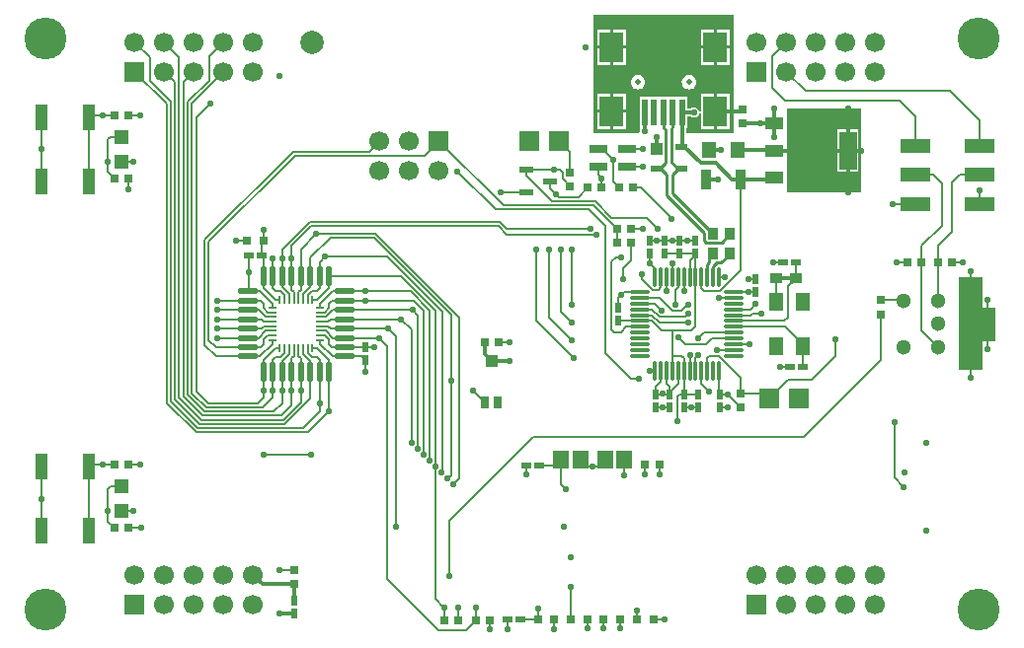
<source format=gtl>
%FSLAX43Y43*%
%MOMM*%
G71*
G01*
G75*
G04 Layer_Physical_Order=1*
G04 Layer_Color=255*
%ADD10R,2.500X1.200*%
%ADD11R,0.800X0.650*%
%ADD12R,0.900X0.600*%
%ADD13R,1.350X1.500*%
%ADD14R,0.762X0.762*%
%ADD15R,0.700X0.700*%
%ADD16O,0.550X1.750*%
%ADD17O,1.750X0.550*%
%ADD18R,0.600X0.900*%
%ADD19R,0.650X0.800*%
%ADD20R,1.200X1.200*%
%ADD21R,1.000X2.250*%
%ADD22R,1.150X1.350*%
%ADD23R,2.000X2.500*%
%ADD24R,0.500X2.300*%
%ADD25R,1.500X3.280*%
%ADD26R,1.500X0.990*%
%ADD27R,0.950X1.750*%
%ADD28R,1.100X1.000*%
%ADD29R,1.100X0.600*%
%ADD30R,1.500X0.800*%
%ADD31R,1.300X0.600*%
%ADD32R,1.300X1.600*%
%ADD33O,0.300X1.700*%
%ADD34O,1.700X0.300*%
%ADD35R,0.800X1.000*%
%ADD36R,1.000X1.000*%
%ADD37R,0.950X1.000*%
%ADD38R,1.000X0.950*%
%ADD39O,0.700X0.250*%
%ADD40O,0.250X0.700*%
%ADD41R,1.400X3.000*%
%ADD42R,2.000X8.000*%
%ADD43C,0.175*%
%ADD44C,0.230*%
%ADD45C,0.150*%
%ADD46C,0.300*%
%ADD47C,0.200*%
%ADD48R,0.900X0.300*%
%ADD49R,1.700X1.700*%
%ADD50C,0.500*%
%ADD51C,1.700*%
%ADD52C,2.000*%
%ADD53C,3.600*%
%ADD54C,1.300*%
%ADD55C,0.550*%
G36*
X61500Y43400D02*
X57431D01*
Y43825D01*
X57525D01*
Y44819D01*
X57786D01*
X57924Y44726D01*
X58100Y44691D01*
X58276Y44726D01*
X58424Y44826D01*
X58524Y44974D01*
X58547Y45089D01*
X58691Y45075D01*
Y45075D01*
X58696Y45075D01*
Y43746D01*
X59823D01*
Y45250D01*
Y46754D01*
X58696D01*
Y45225D01*
X58691Y45225D01*
Y45225D01*
X58547Y45211D01*
X58524Y45326D01*
X58424Y45474D01*
X58276Y45574D01*
X58100Y45609D01*
X57924Y45574D01*
X57786Y45481D01*
X57525D01*
Y46475D01*
X53475D01*
Y43825D01*
X53475Y43825D01*
X53475D01*
X53505Y43769D01*
X53476Y43726D01*
X53441Y43550D01*
X53448Y43516D01*
X53353Y43400D01*
X49500D01*
Y53521D01*
X61500D01*
Y43400D01*
D02*
G37*
G36*
X72475Y38298D02*
X66125D01*
Y45482D01*
X66140Y45498D01*
X72475D01*
Y38298D01*
D02*
G37*
%LPC*%
G36*
X52304Y45123D02*
X51177D01*
Y43746D01*
X52304D01*
Y45123D01*
D02*
G37*
G36*
X61204D02*
X60077D01*
Y43746D01*
X61204D01*
Y45123D01*
D02*
G37*
G36*
X52304Y46754D02*
X51177D01*
Y45377D01*
X52304D01*
Y46754D01*
D02*
G37*
G36*
X50923D02*
X49796D01*
Y45377D01*
X50923D01*
Y46754D01*
D02*
G37*
G36*
X72200Y41763D02*
X71427D01*
Y40100D01*
X72200D01*
Y41763D01*
D02*
G37*
G36*
X71173D02*
X70400D01*
Y40100D01*
X71173D01*
Y41763D01*
D02*
G37*
G36*
Y43680D02*
X70400D01*
Y42017D01*
X71173D01*
Y43680D01*
D02*
G37*
G36*
X50923Y45123D02*
X49796D01*
Y43746D01*
X50923D01*
Y45123D01*
D02*
G37*
G36*
X72200Y43680D02*
X71427D01*
Y42017D01*
X72200D01*
Y43680D01*
D02*
G37*
G36*
X50923Y52254D02*
X49796D01*
Y50877D01*
X50923D01*
Y52254D01*
D02*
G37*
G36*
X61204Y50623D02*
X60077D01*
Y49246D01*
X61204D01*
Y50623D01*
D02*
G37*
G36*
X52304Y52254D02*
X51177D01*
Y50877D01*
X52304D01*
Y52254D01*
D02*
G37*
G36*
X61204D02*
X60077D01*
Y50877D01*
X61204D01*
Y52254D01*
D02*
G37*
G36*
X59823D02*
X58696D01*
Y50877D01*
X59823D01*
Y52254D01*
D02*
G37*
G36*
Y50623D02*
X58696D01*
Y49246D01*
X59823D01*
Y50623D01*
D02*
G37*
G36*
X53300Y48380D02*
X53137Y48359D01*
X52985Y48296D01*
X52854Y48196D01*
X52754Y48065D01*
X52691Y47913D01*
X52670Y47750D01*
X52691Y47587D01*
X52754Y47435D01*
X52854Y47304D01*
X52985Y47204D01*
X53137Y47141D01*
X53300Y47120D01*
X53463Y47141D01*
X53615Y47204D01*
X53746Y47304D01*
X53846Y47435D01*
X53909Y47587D01*
X53930Y47750D01*
X53909Y47913D01*
X53846Y48065D01*
X53746Y48196D01*
X53615Y48296D01*
X53463Y48359D01*
X53300Y48380D01*
D02*
G37*
G36*
X61204Y46754D02*
X60077D01*
Y45377D01*
X61204D01*
Y46754D01*
D02*
G37*
G36*
X57700Y48380D02*
X57537Y48359D01*
X57385Y48296D01*
X57254Y48196D01*
X57154Y48065D01*
X57091Y47913D01*
X57070Y47750D01*
X57091Y47587D01*
X57154Y47435D01*
X57254Y47304D01*
X57385Y47204D01*
X57537Y47141D01*
X57700Y47120D01*
X57863Y47141D01*
X58015Y47204D01*
X58146Y47304D01*
X58246Y47435D01*
X58309Y47587D01*
X58330Y47750D01*
X58309Y47913D01*
X58246Y48065D01*
X58146Y48196D01*
X58015Y48296D01*
X57863Y48359D01*
X57700Y48380D01*
D02*
G37*
G36*
X52304Y50623D02*
X51177D01*
Y49246D01*
X52304D01*
Y50623D01*
D02*
G37*
G36*
X50923D02*
X49796D01*
Y49246D01*
X50923D01*
Y50623D01*
D02*
G37*
%LPD*%
D10*
X82575Y37275D02*
D03*
Y39775D02*
D03*
Y42275D02*
D03*
X77075D02*
D03*
Y39775D02*
D03*
Y37275D02*
D03*
D11*
X8400Y39500D02*
D03*
X9600D02*
D03*
X40605Y1575D02*
D03*
X39405D02*
D03*
X37913D02*
D03*
X36713D02*
D03*
X55134Y14884D02*
D03*
X53934D02*
D03*
X51500Y35200D02*
D03*
X52700D02*
D03*
X51500Y34000D02*
D03*
X52700D02*
D03*
X8400Y44900D02*
D03*
X9600D02*
D03*
X8400Y14900D02*
D03*
X9600D02*
D03*
X8400Y9500D02*
D03*
X9600D02*
D03*
X51700Y38700D02*
D03*
X52900D02*
D03*
X50200D02*
D03*
X49000D02*
D03*
X40176Y25445D02*
D03*
X41376D02*
D03*
X76425Y32275D02*
D03*
X77625D02*
D03*
X79050D02*
D03*
X80250D02*
D03*
D12*
X43773Y14859D02*
D03*
X44873D02*
D03*
X42125Y1600D02*
D03*
X43225D02*
D03*
X19950Y32900D02*
D03*
X21050D02*
D03*
X66350Y23300D02*
D03*
X67450D02*
D03*
X65750Y32300D02*
D03*
X66850D02*
D03*
D13*
X46724Y15316D02*
D03*
X48374D02*
D03*
X52158D02*
D03*
X50508D02*
D03*
D14*
X47550Y1600D02*
D03*
X48947D02*
D03*
X51772D02*
D03*
X50375D02*
D03*
X54624D02*
D03*
X53227D02*
D03*
X46122D02*
D03*
X44725D02*
D03*
D15*
X21175Y34150D02*
D03*
X19775D02*
D03*
D16*
X21200Y31125D02*
D03*
X22000D02*
D03*
X22800D02*
D03*
X23600D02*
D03*
X24400D02*
D03*
X25200D02*
D03*
X26000D02*
D03*
X26800D02*
D03*
Y22875D02*
D03*
X26000D02*
D03*
X25200D02*
D03*
X24400D02*
D03*
X23600D02*
D03*
X22800D02*
D03*
X22000D02*
D03*
X21200D02*
D03*
D17*
X28125Y29800D02*
D03*
Y29000D02*
D03*
Y28200D02*
D03*
Y27400D02*
D03*
Y26600D02*
D03*
Y25800D02*
D03*
Y25000D02*
D03*
Y24200D02*
D03*
X19875D02*
D03*
Y25000D02*
D03*
Y25800D02*
D03*
Y26600D02*
D03*
Y27400D02*
D03*
Y28200D02*
D03*
Y29000D02*
D03*
Y29800D02*
D03*
D18*
X29900Y23900D02*
D03*
Y25000D02*
D03*
X63400Y30850D02*
D03*
Y29750D02*
D03*
X60300Y19850D02*
D03*
Y20950D02*
D03*
X55600Y34150D02*
D03*
Y33050D02*
D03*
X56900Y34150D02*
D03*
Y33050D02*
D03*
X58200Y34150D02*
D03*
Y33050D02*
D03*
X57300Y19850D02*
D03*
Y20950D02*
D03*
X58500Y19850D02*
D03*
Y20950D02*
D03*
X54800Y19850D02*
D03*
Y20950D02*
D03*
X56000Y19850D02*
D03*
Y20950D02*
D03*
X54300Y34150D02*
D03*
Y33050D02*
D03*
X51600Y28350D02*
D03*
Y27250D02*
D03*
X23800Y3250D02*
D03*
Y2150D02*
D03*
D19*
X74125Y27825D02*
D03*
Y29025D02*
D03*
X62300Y44200D02*
D03*
Y45400D02*
D03*
X47500Y40000D02*
D03*
Y38800D02*
D03*
X62100Y21000D02*
D03*
Y19800D02*
D03*
X23800Y4700D02*
D03*
Y5900D02*
D03*
D20*
X9000Y43050D02*
D03*
Y40950D02*
D03*
Y13050D02*
D03*
Y10950D02*
D03*
D21*
X2200Y39250D02*
D03*
Y44750D02*
D03*
X6200D02*
D03*
Y39250D02*
D03*
X2200Y9250D02*
D03*
Y14750D02*
D03*
X6200D02*
D03*
Y9250D02*
D03*
D22*
X59375Y41925D02*
D03*
X61875D02*
D03*
D23*
X59950Y50750D02*
D03*
X51050D02*
D03*
X59950Y45250D02*
D03*
X51050D02*
D03*
D24*
X57100Y45150D02*
D03*
X56300D02*
D03*
X55500D02*
D03*
X54700D02*
D03*
X53900D02*
D03*
D25*
X71300Y41890D02*
D03*
D26*
X65000Y39600D02*
D03*
Y41890D02*
D03*
Y44180D02*
D03*
D27*
X62100Y39425D02*
D03*
X59150D02*
D03*
D28*
X54900Y42000D02*
D03*
D29*
Y40300D02*
D03*
X57000D02*
D03*
Y42200D02*
D03*
D30*
X52400Y42000D02*
D03*
X49900D02*
D03*
Y40500D02*
D03*
X52400D02*
D03*
D31*
X45800Y39250D02*
D03*
X43700Y38300D02*
D03*
Y40200D02*
D03*
D32*
X67450Y25100D02*
D03*
Y28900D02*
D03*
X65150D02*
D03*
Y25100D02*
D03*
D33*
X54750Y31050D02*
D03*
X55250D02*
D03*
X55750D02*
D03*
X56250D02*
D03*
X56750D02*
D03*
X57250D02*
D03*
X57750D02*
D03*
X58250D02*
D03*
X58750D02*
D03*
X59250D02*
D03*
X59750D02*
D03*
X60250D02*
D03*
Y22950D02*
D03*
X59750D02*
D03*
X59250D02*
D03*
X58750D02*
D03*
X58250D02*
D03*
X57750D02*
D03*
X57250D02*
D03*
X56750D02*
D03*
X56250D02*
D03*
X55750D02*
D03*
X55250D02*
D03*
X54750D02*
D03*
D34*
X61550Y29750D02*
D03*
Y29250D02*
D03*
Y28750D02*
D03*
Y28250D02*
D03*
Y27750D02*
D03*
Y27250D02*
D03*
Y26750D02*
D03*
Y26250D02*
D03*
Y25750D02*
D03*
Y25250D02*
D03*
Y24750D02*
D03*
Y24250D02*
D03*
X53450D02*
D03*
Y24750D02*
D03*
Y25250D02*
D03*
Y25750D02*
D03*
Y26250D02*
D03*
Y26750D02*
D03*
Y27250D02*
D03*
Y27750D02*
D03*
Y28250D02*
D03*
Y28750D02*
D03*
Y29250D02*
D03*
Y29750D02*
D03*
D35*
X40217Y20295D02*
D03*
X41317D02*
D03*
D36*
X40767Y23845D02*
D03*
D37*
X61200Y34750D02*
D03*
Y33050D02*
D03*
X59700Y34750D02*
D03*
Y33050D02*
D03*
D38*
X66850Y30900D02*
D03*
X65150D02*
D03*
D39*
X26050Y25600D02*
D03*
Y26000D02*
D03*
Y26400D02*
D03*
Y26800D02*
D03*
Y27200D02*
D03*
Y27600D02*
D03*
Y28000D02*
D03*
Y28400D02*
D03*
X21950Y25600D02*
D03*
Y26000D02*
D03*
Y26400D02*
D03*
Y26800D02*
D03*
Y27200D02*
D03*
Y27600D02*
D03*
Y28000D02*
D03*
Y28400D02*
D03*
D40*
X25400Y29050D02*
D03*
X25000D02*
D03*
X24600D02*
D03*
X24200D02*
D03*
X23800D02*
D03*
X23400D02*
D03*
X23000D02*
D03*
X22600D02*
D03*
X25400Y24950D02*
D03*
X25000D02*
D03*
X24600D02*
D03*
X24200D02*
D03*
X23800D02*
D03*
X23400D02*
D03*
X23000D02*
D03*
X22600D02*
D03*
D41*
X83275Y26925D02*
D03*
D42*
X81875Y27000D02*
D03*
D43*
X77637Y32263D02*
Y33713D01*
X79075Y32300D02*
Y33713D01*
X77637Y26438D02*
Y32263D01*
X74125Y23900D02*
Y27825D01*
X52400Y40500D02*
X53725D01*
X52400Y42000D02*
X53725D01*
X58750Y30050D02*
Y31050D01*
Y30050D02*
X58950Y29850D01*
X60350D01*
X75125Y37275D02*
X77075D01*
X82575D02*
Y38500D01*
X79350Y35425D02*
Y39050D01*
X78625Y39775D02*
X79350Y39050D01*
X77075Y39775D02*
X78625D01*
X80875D02*
X82575D01*
X80250Y39150D02*
X80875Y39775D01*
X80250Y34888D02*
Y39150D01*
X82575Y42275D02*
Y44500D01*
X80075Y47000D02*
X82575Y44500D01*
X77075Y42275D02*
Y44775D01*
X75700Y46150D02*
X77075Y44775D01*
X65950Y46150D02*
X75700D01*
X79075Y33713D02*
X80250Y34888D01*
X41470Y35750D02*
X42072Y35147D01*
X25155Y35750D02*
X41470D01*
X23400Y29050D02*
Y29575D01*
X22800Y33395D02*
X25155Y35750D01*
X22800Y32600D02*
Y33395D01*
Y31125D02*
Y32600D01*
X22800Y30175D02*
X23400Y29575D01*
X22800Y30175D02*
Y31125D01*
X41325Y35400D02*
X42062Y34662D01*
X25300Y35400D02*
X41325D01*
X23800Y29050D02*
Y29750D01*
X23600Y33700D02*
X25300Y35400D01*
X23600Y32600D02*
Y33700D01*
Y31125D02*
Y32600D01*
X23600Y29950D02*
X23800Y29750D01*
X23600Y29950D02*
Y31125D01*
X42062Y34662D02*
X49727D01*
X49745Y34680D01*
X49222Y35147D02*
X49250Y35175D01*
X42072Y35147D02*
X49222D01*
X50500Y24500D02*
Y35450D01*
X49100Y36850D02*
X50500Y35450D01*
X41075Y36850D02*
X49100D01*
X51060Y36100D02*
X54100D01*
X49660Y37500D02*
X51060Y36100D01*
X45900Y37500D02*
X49660D01*
X43700Y39700D02*
X45900Y37500D01*
X49525Y37175D02*
X51500Y35200D01*
X41765Y37175D02*
X49525D01*
X36240Y42700D02*
X41765Y37175D01*
X37850Y40075D02*
X41075Y36850D01*
X67700Y47000D02*
X80075D01*
X66040Y48660D02*
X67700Y47000D01*
X64825Y47275D02*
X65950Y46150D01*
X64825Y47275D02*
Y49985D01*
X66040Y51200D01*
X51772Y878D02*
Y1600D01*
X50375Y878D02*
Y1600D01*
X48947Y878D02*
Y1600D01*
X45675Y27550D02*
X47650Y25575D01*
X45675Y27550D02*
Y33375D01*
X46675Y28050D02*
X47625Y27100D01*
X46675Y28050D02*
Y33350D01*
X44575Y27325D02*
Y33375D01*
X77637Y33713D02*
X79350Y35425D01*
X44575Y27325D02*
X47807Y24093D01*
X47650Y28650D02*
Y33350D01*
X56200Y36025D02*
Y36100D01*
X53600Y38700D02*
X56200Y36100D01*
X52900Y38700D02*
X53600D01*
X43700Y39700D02*
Y40200D01*
X54100Y36100D02*
X55000Y35200D01*
X43700Y40200D02*
X46136D01*
X31100Y25800D02*
X31800Y25100D01*
X28125Y25800D02*
X31100D01*
X29896Y29800D02*
X33795D01*
X26492Y32791D02*
X31794D01*
X25758Y34750D02*
X30825D01*
X30680Y34400D02*
X37300Y27780D01*
X26932Y34400D02*
X30680D01*
X30825Y34750D02*
X38000Y27575D01*
Y13700D02*
Y27575D01*
X37300Y14025D02*
Y27780D01*
X31794Y32791D02*
X36500Y28085D01*
Y14250D02*
Y28085D01*
X32965Y31125D02*
X35987Y28103D01*
Y14763D02*
Y28103D01*
X33795Y29800D02*
X35474Y28121D01*
Y15275D02*
Y28121D01*
X26800Y31125D02*
X32965D01*
X34449Y16301D02*
Y27751D01*
X34000Y28200D02*
X34449Y27751D01*
X28125Y28200D02*
X34000D01*
X33911Y16789D02*
Y26489D01*
X33000Y27400D02*
X33911Y26489D01*
X28125Y27400D02*
X33000D01*
X34962Y15788D02*
Y28138D01*
X34100Y29000D02*
X34962Y28138D01*
X29896Y29000D02*
X34100D01*
X70200Y24200D02*
Y25700D01*
X68200Y22200D02*
X70200Y24200D01*
X66200Y22200D02*
X68200D01*
X64600Y20600D02*
X66200Y22200D01*
X60287Y24212D02*
X62100Y22400D01*
X64200Y21000D02*
X64600Y20600D01*
X62100Y21000D02*
X64200D01*
X62100D02*
Y22400D01*
X60999Y20950D02*
X62125Y19825D01*
X59412Y24212D02*
X60287D01*
X25730Y34722D02*
X25758Y34750D01*
X25200Y32668D02*
X26932Y34400D01*
X50500Y24500D02*
X52700Y22300D01*
X53400D01*
X58750Y21850D02*
X59400Y21200D01*
X58750Y21850D02*
Y22950D01*
X59250Y24050D02*
X59412Y24212D01*
X59250Y22950D02*
Y24050D01*
X46836Y39500D02*
X47500Y38836D01*
X46836Y39500D02*
Y39964D01*
X46600Y40200D02*
X46836Y39964D01*
X46136Y40200D02*
X46600D01*
X48200Y37900D02*
X49000Y38700D01*
X46500Y37900D02*
X48200D01*
X46250Y38150D02*
X46500Y37900D01*
X51825Y26300D02*
X52275Y26750D01*
X51265Y26300D02*
X51825D01*
X51025Y26540D02*
X51265Y26300D01*
X51025Y26540D02*
Y32325D01*
X58250Y24050D02*
X58500Y24300D01*
X58250Y22950D02*
Y24050D01*
X57408Y25237D02*
X59116D01*
X56813Y25832D02*
X57408Y25237D01*
X22800Y21300D02*
Y22875D01*
Y20209D02*
Y21300D01*
X63100Y27900D02*
X63900D01*
X62950Y27750D02*
X63100Y27900D01*
X61550Y27750D02*
X62950D01*
Y28250D02*
X63400Y28700D01*
X61550Y28250D02*
X62950D01*
X62100Y31600D02*
Y39425D01*
X60350Y29850D02*
X62100Y31600D01*
X75300Y13800D02*
Y18600D01*
Y13800D02*
X76100Y13000D01*
X37500Y13200D02*
X38000Y13700D01*
X36987Y13713D02*
X37300Y14025D01*
X51500Y34000D02*
Y35200D01*
X52700D02*
X53700D01*
X52700Y34000D02*
X52725Y33975D01*
X55250Y30136D02*
Y31050D01*
X53650Y30850D02*
Y31275D01*
X55051Y29938D02*
X55250Y30136D01*
X54562Y29938D02*
X55051D01*
X53650Y30850D02*
X54562Y29938D01*
X57575Y28677D02*
X57601D01*
X53450Y29250D02*
X55148D01*
X57016Y28118D02*
X57575Y28677D01*
X56280Y28118D02*
X57016D01*
X55148Y29250D02*
X56280Y28118D01*
X53450Y28250D02*
X54494D01*
X57338Y27602D02*
X57626Y27889D01*
X55143Y27602D02*
X57338D01*
X54494Y28250D02*
X55143Y27602D01*
X53450Y27750D02*
X54499D01*
X55148Y27102D02*
X57651D01*
X54499Y27750D02*
X55148Y27102D01*
X53450Y28750D02*
X54755D01*
X55365Y28139D01*
X9600Y44900D02*
X10599D01*
X24400Y33392D02*
X25730Y34722D01*
X24400Y31125D02*
Y33392D01*
X26000Y32299D02*
X26492Y32791D01*
X26000Y31125D02*
Y32299D01*
X9600Y14900D02*
X10602D01*
X28125Y29800D02*
X29896D01*
X28125Y29000D02*
X29896D01*
X36475Y14225D02*
X36500Y14250D01*
X35962Y14738D02*
X35987Y14763D01*
X35449Y15251D02*
X35474Y15275D01*
X34937Y15763D02*
X34962Y15788D01*
X34424Y16276D02*
X34449Y16301D01*
X49441Y14790D02*
X49982D01*
X48900D02*
X49441D01*
X49982D02*
X50508Y15316D01*
X48374D02*
X48900Y14790D01*
X25200Y31125D02*
Y32668D01*
X36713Y1575D02*
Y2600D01*
X40605Y822D02*
Y1575D01*
X39395Y1585D02*
X39405Y1575D01*
X39395Y1585D02*
Y2642D01*
X46122Y778D02*
Y1600D01*
X42125Y825D02*
Y1600D01*
X44725D02*
Y2550D01*
X43225Y1600D02*
X44725D01*
X53227D02*
Y2401D01*
X53250Y2425D01*
X54624Y1600D02*
X55575D01*
X47550Y1600D02*
Y4400D01*
X52725Y32450D02*
Y33975D01*
X52050Y31775D02*
X52725Y32450D01*
X52050Y30875D02*
Y31775D01*
X56250Y32325D02*
X56252Y32327D01*
X56250Y31050D02*
Y32325D01*
X19950Y31425D02*
Y32900D01*
Y29875D02*
Y31425D01*
X19875Y29800D02*
X19950Y29875D01*
X18825Y34150D02*
X19775D01*
X21050Y34025D02*
X21175Y34150D01*
X21050Y32900D02*
Y34025D01*
Y32900D02*
X21200Y32750D01*
Y31125D02*
Y32750D01*
X29900Y25000D02*
X29900Y25000D01*
X28125Y25000D02*
X29900D01*
X29600Y24200D02*
X29900Y23900D01*
X28125Y24200D02*
X29600D01*
X9000Y40950D02*
X10025D01*
X51400Y32700D02*
X51850D01*
X51025Y32325D02*
X51400Y32700D01*
X52275Y26750D02*
X53450D01*
X58250Y31050D02*
Y33000D01*
Y26786D02*
Y31050D01*
X60100Y24750D02*
X61550D01*
X58475Y25775D02*
X58950Y26250D01*
X61550D01*
X56225Y26400D02*
X56250Y26375D01*
Y24275D02*
X57025D01*
X56250Y22950D02*
Y24275D01*
X66850Y30900D02*
Y32300D01*
X65150Y28900D02*
Y30900D01*
X66548Y30513D02*
X66850Y30814D01*
X66437Y30513D02*
X66548D01*
X66150Y30225D02*
X66437Y30513D01*
X65950Y26750D02*
X67450Y25250D01*
Y23300D02*
Y25100D01*
X65525Y23300D02*
X66350D01*
X41550Y38300D02*
X43700D01*
X46570Y42700D02*
X47500Y41770D01*
X47500Y40000D01*
X51200Y39200D02*
X51700Y38700D01*
X51200Y39200D02*
Y41050D01*
X50250Y42000D02*
X51200Y41050D01*
X49900Y42000D02*
X50250D01*
X50200Y38700D02*
Y39500D01*
X49900Y39800D02*
X50200Y39500D01*
X49900Y39800D02*
Y40500D01*
X45800Y38600D02*
Y39250D01*
Y38600D02*
X46250Y38150D01*
X47500Y38800D02*
Y38836D01*
X51600Y27250D02*
X53450D01*
X54300Y32200D02*
Y33050D01*
X55600D02*
X56900D01*
X58200D01*
X54300Y34150D02*
X54950D01*
X57550D02*
X58200D01*
X54950D02*
X55600D01*
X56250D01*
X56900D01*
X57550D01*
X60250Y31050D02*
X60750D01*
X62750Y30850D02*
X63400D01*
X57250Y19900D02*
X57300Y19850D01*
X54300Y23000D02*
X54350Y22950D01*
X54750D01*
X55400Y21000D02*
X55450Y20950D01*
X56000D01*
X54800D02*
Y21600D01*
X55250Y22050D01*
Y22950D01*
X55750Y21850D02*
X56000Y21600D01*
X55750Y21850D02*
Y22950D01*
X54800Y20950D02*
X55450D01*
X56000D02*
Y21100D01*
Y21600D01*
X57904Y19850D02*
X58500D01*
X57300Y20950D02*
X58500D01*
X57300Y19850D02*
X57350Y19900D01*
X57300Y19850D02*
X57900D01*
X55403Y19851D02*
X55404Y19850D01*
X56000D01*
X54801Y19851D02*
X55403D01*
X60300Y19850D02*
X60975D01*
X52150Y29750D02*
X53450D01*
X51850Y29450D02*
X52150Y29750D01*
X61537Y25263D02*
X61550Y25250D01*
Y26750D02*
X65950D01*
X64900Y32300D02*
X65750D01*
X57750Y22202D02*
Y22950D01*
X57250Y20950D02*
Y22950D01*
X61536Y29264D02*
X61550Y29250D01*
X60214Y29264D02*
X61536D01*
X56750Y21850D02*
Y22950D01*
X56000Y21100D02*
X56750Y21850D01*
X56825Y20950D02*
X57300D01*
X56650Y20775D02*
X56825Y20950D01*
X56650Y18625D02*
Y20775D01*
X61550Y27250D02*
X65850D01*
X66150Y27550D01*
Y30225D01*
X54300Y32200D02*
X54750Y31750D01*
X51600Y28350D02*
Y29200D01*
X51850Y29450D01*
X59629Y25750D02*
X61550D01*
X61550Y26250D02*
X61550Y26250D01*
Y29750D02*
X62750D01*
X62750Y29750D02*
X63400D01*
X62750Y29750D02*
X62750Y29750D01*
X60250Y21000D02*
Y22950D01*
Y21000D02*
X60300Y20950D01*
X61550Y25250D02*
X62900D01*
X41376Y25445D02*
X42276D01*
X10160Y51200D02*
X11475Y49885D01*
Y47840D02*
Y49885D01*
X12700Y51200D02*
X13975Y49925D01*
X16542Y47892D02*
Y49962D01*
X17780Y51200D01*
X17247Y27400D02*
X19875D01*
X17247Y26600D02*
X19875D01*
X17247Y25800D02*
X19875D01*
X17247Y28200D02*
X19875D01*
X17247Y29000D02*
X19875D01*
X29900Y25000D02*
X30715D01*
X56252Y32327D02*
X56254Y32324D01*
Y32233D02*
Y32324D01*
X57750Y24356D02*
X57753Y24359D01*
X57750Y22950D02*
Y24356D01*
X57250Y22950D02*
Y24050D01*
X57025Y24275D02*
X57250Y24050D01*
X57864Y26400D02*
X58250Y26786D01*
X60300Y20950D02*
X60999D01*
X57750Y31050D02*
X57765Y31035D01*
X55750Y29823D02*
Y31050D01*
X56508Y29896D02*
X56750Y30137D01*
Y31050D01*
X57750D02*
Y32458D01*
X58200Y32908D01*
Y33050D01*
X57250Y29799D02*
Y31050D01*
X56508Y28677D02*
Y29896D01*
X53450Y27250D02*
X54504D01*
X55354Y26400D01*
X56225D01*
X56250Y24275D02*
Y26375D01*
X56225Y26400D02*
X57864D01*
X59116Y25237D02*
X59629Y25750D01*
X20701Y20168D02*
X21200Y20667D01*
X21164Y19818D02*
X22000Y20654D01*
X22724Y19118D02*
X23600Y19993D01*
X22869Y18768D02*
X24400Y20298D01*
Y22875D01*
X23014Y18418D02*
X25200Y20603D01*
Y22875D01*
X22000Y20654D02*
Y21311D01*
Y22875D01*
X23600Y19993D02*
Y21311D01*
Y22875D01*
X22058Y19468D02*
X22800Y20209D01*
X25007Y17718D02*
X26800Y19510D01*
Y22875D01*
X24570Y18068D02*
X26000Y19498D01*
Y20168D01*
Y22875D01*
X29900Y22890D02*
Y23900D01*
X83275Y26925D02*
Y29050D01*
X81875Y27000D02*
Y31525D01*
Y22400D02*
Y27000D01*
X83275Y24825D02*
Y26925D01*
X22000Y31125D02*
Y32600D01*
X21200Y21300D02*
Y22875D01*
Y20667D02*
Y21300D01*
Y15800D02*
X25300D01*
X12700Y48660D02*
X13625Y47735D01*
X10160Y48660D02*
X12925Y45895D01*
X11475Y47840D02*
X13275Y46040D01*
X15050Y45905D02*
X17780Y48635D01*
X14700Y46050D02*
X16542Y47892D01*
X14350Y47770D02*
X15240Y48660D01*
X15425Y44686D02*
X16637Y45898D01*
X15425Y21175D02*
Y44686D01*
Y21175D02*
X16432Y20168D01*
X20701D01*
X12925Y20210D02*
X15418Y17718D01*
X13275Y20355D02*
X15563Y18068D01*
X13625Y20500D02*
X15708Y18418D01*
X13975Y20645D02*
X15853Y18768D01*
X14350Y20765D02*
X15997Y19118D01*
X14700Y20910D02*
X16142Y19468D01*
X15050Y21055D02*
X16287Y19818D01*
X15050Y21055D02*
Y45905D01*
X16287Y19818D02*
X21164D01*
X14700Y20910D02*
Y46050D01*
X16142Y19468D02*
X22058D01*
X14350Y20765D02*
Y47770D01*
X15997Y19118D02*
X22724D01*
X13975Y20645D02*
Y49925D01*
X15853Y18768D02*
X22869D01*
X13625Y20500D02*
Y47735D01*
X15708Y18418D02*
X23014D01*
X13275Y20355D02*
Y46040D01*
X15563Y18068D02*
X24570D01*
X12925Y20210D02*
Y45895D01*
X15418Y17718D02*
X25007D01*
X19875Y29800D02*
X20900D01*
X21950Y28400D02*
Y28750D01*
X20900Y29800D02*
X21950Y28750D01*
X19875Y27400D02*
X21050D01*
X21250Y27200D01*
X21950D01*
X19875Y28200D02*
X20825D01*
X21425Y27600D01*
X21950D01*
X21520Y28000D02*
X21950D01*
X21175Y28345D02*
X21520Y28000D01*
X19875Y29000D02*
X20925D01*
X21175Y28750D01*
Y28345D02*
Y28750D01*
X21425Y26400D02*
X21950D01*
X20825Y25800D02*
X21425Y26400D01*
X19875Y25800D02*
X20825D01*
X21250Y26800D02*
X21950D01*
X21050Y26600D02*
X21250Y26800D01*
X19875Y26600D02*
X21050D01*
X26800Y22875D02*
Y23900D01*
X25400Y24950D02*
X25750D01*
X26800Y23900D01*
X24400Y22875D02*
Y24050D01*
X24200Y24250D02*
X24400Y24050D01*
X24200Y24250D02*
Y24950D01*
X25200Y22875D02*
Y23825D01*
X24600Y24425D02*
X25200Y23825D01*
X24600Y24425D02*
Y24950D01*
X25000Y24520D02*
Y24950D01*
Y24520D02*
X25345Y24175D01*
X26000Y22875D02*
Y23925D01*
X25750Y24175D02*
X26000Y23925D01*
X25345Y24175D02*
X25750D01*
X22250D02*
X22655D01*
X22000Y23925D02*
X22250Y24175D01*
X22000Y22875D02*
Y23925D01*
X22655Y24175D02*
X23000Y24520D01*
Y24950D01*
X23400Y24425D02*
Y24950D01*
X22800Y23825D02*
X23400Y24425D01*
X22800Y22875D02*
Y23825D01*
X23800Y24250D02*
Y24950D01*
X23600Y24050D02*
X23800Y24250D01*
X23600Y22875D02*
Y24050D01*
X21200Y23900D02*
X22250Y24950D01*
X22600D01*
X21200Y22875D02*
Y23900D01*
X27100Y29800D02*
X28125D01*
X26050Y28400D02*
Y28750D01*
X27100Y29800D01*
X26950Y27400D02*
X28125D01*
X26750Y27200D02*
X26950Y27400D01*
X26050Y27200D02*
X26750D01*
X27175Y28200D02*
X28125D01*
X26575Y27600D02*
X27175Y28200D01*
X26050Y27600D02*
X26575D01*
X26050Y28000D02*
X26480D01*
X26825Y28345D01*
X27075Y29000D02*
X28125D01*
X26825Y28750D02*
X27075Y29000D01*
X26825Y28345D02*
Y28750D01*
Y25250D02*
Y25655D01*
Y25250D02*
X27075Y25000D01*
X28125D01*
X26480Y26000D02*
X26825Y25655D01*
X26050Y26000D02*
X26480D01*
X26050Y26400D02*
X26575D01*
X27175Y25800D01*
X28125D01*
X26050Y26800D02*
X26750D01*
X26950Y26600D01*
X28125D01*
X26050Y25250D02*
X27100Y24200D01*
X26050Y25250D02*
Y25600D01*
X27100Y24200D02*
X28125D01*
X21200Y30100D02*
Y31125D01*
X22250Y29050D02*
X22600D01*
X21200Y30100D02*
X22250Y29050D01*
X23000D02*
Y29480D01*
X22655Y29825D02*
X23000Y29480D01*
X22000Y30075D02*
Y31125D01*
Y30075D02*
X22250Y29825D01*
X22655D01*
X25345D02*
X25750D01*
X26000Y30075D01*
Y31125D01*
X25000Y29480D02*
X25345Y29825D01*
X25000Y29050D02*
Y29480D01*
X24600Y29050D02*
Y29575D01*
X25200Y30175D01*
Y31125D01*
X24200Y29050D02*
Y29750D01*
X24400Y29950D01*
Y31125D01*
X25750Y29050D02*
X26800Y30100D01*
X25400Y29050D02*
X25750D01*
X26800Y30100D02*
Y31125D01*
X35937Y14713D02*
X35962Y14738D01*
X35937Y3376D02*
Y14713D01*
X37913Y1575D02*
Y2613D01*
X38530Y700D02*
X39405Y1575D01*
X36200Y700D02*
X38530D01*
X31800Y5100D02*
X36200Y700D01*
X35937Y3376D02*
X36713Y2600D01*
X32550Y9600D02*
Y25950D01*
X31900Y26600D02*
X32550Y25950D01*
X17125Y24200D02*
X19875D01*
X17125Y25000D02*
X19875D01*
X16500Y25625D02*
X17125Y25000D01*
X16150Y25175D02*
X17125Y24200D01*
X16500Y25625D02*
Y34050D01*
X16150Y25175D02*
Y34195D01*
X16500Y34050D02*
X23900Y41450D01*
X16150Y34195D02*
X23755Y41800D01*
X30260D01*
X31160Y42700D01*
X23900Y41450D02*
X34990D01*
X36240Y42700D01*
X19875Y24200D02*
X20900D01*
X21950Y25250D01*
Y25600D01*
X19875Y25000D02*
X20925D01*
X21175Y25250D01*
Y25655D01*
X21520Y26000D02*
X21950D01*
X21175Y25655D02*
X21520Y26000D01*
X74125Y29025D02*
X76050D01*
X76075Y29000D01*
X67525Y17300D02*
X74125Y23900D01*
X44350Y17300D02*
X67525D01*
X37150Y10100D02*
X44350Y17300D01*
X37150Y5325D02*
Y10100D01*
X39200Y21312D02*
X40217Y20295D01*
X31800Y5100D02*
Y25100D01*
X28125Y26600D02*
X31900D01*
X80250Y32275D02*
X81200D01*
X75475D02*
X76425D01*
X21175Y34150D02*
Y35075D01*
X79075Y29000D02*
Y32300D01*
X77637Y26438D02*
X79075Y25000D01*
X77625Y32275D02*
X77637Y32263D01*
D44*
X55715Y40840D02*
Y43662D01*
X55175Y40300D02*
X55715Y40840D01*
X55500Y43877D02*
X55715Y43662D01*
X60460Y33960D02*
X61200Y34700D01*
X59105Y33960D02*
X60460D01*
X58935Y34130D02*
X59105Y33960D01*
X56700Y40300D02*
X56750D01*
X56750D02*
X57000D01*
X56300Y43877D02*
Y45150D01*
X56230Y38220D02*
X59700Y34750D01*
X56181Y43758D02*
X56300Y43877D01*
X56181Y40869D02*
Y43758D01*
Y40869D02*
X56750Y40300D01*
X56230Y39780D02*
X56750Y40300D01*
X56230Y38220D02*
Y39780D01*
X55750Y38021D02*
X58935Y34836D01*
X55750Y38021D02*
Y39775D01*
X58935Y34130D02*
Y34836D01*
X55500Y43877D02*
Y45150D01*
X55225Y40300D02*
X55750Y39775D01*
X54900Y40300D02*
X55175D01*
X55225D01*
X59250Y32125D02*
X59425Y32300D01*
X59250Y31050D02*
Y32125D01*
X59750Y31946D02*
X59930Y32126D01*
X59750Y31050D02*
Y31946D01*
X59425Y32775D02*
X59700Y33050D01*
X59425Y32300D02*
Y32775D01*
X60050Y32250D02*
X60450D01*
X59930Y32130D02*
X60050Y32250D01*
X59930Y32126D02*
Y32130D01*
X61200Y33000D02*
Y33050D01*
X60450Y32250D02*
X61200Y33000D01*
D45*
X9600Y38575D02*
Y39500D01*
Y9500D02*
X10750D01*
X9000Y10950D02*
X10025D01*
X7425Y14900D02*
X8400D01*
X6350D02*
X7425D01*
X6200Y14750D02*
X6350Y14900D01*
X6200Y14750D02*
Y14750D01*
Y9250D02*
Y14750D01*
X6350Y44900D02*
X7425D01*
X8400D01*
X6200Y39250D02*
Y44750D01*
X8075Y43050D02*
X9000D01*
X8075Y13050D02*
X9000D01*
X7850Y12825D02*
X8075Y13050D01*
X7850Y10950D02*
Y12825D01*
Y10050D02*
Y10950D01*
Y10050D02*
X8400Y9500D01*
X7850Y40050D02*
X8400Y39500D01*
X7850Y40050D02*
Y40950D01*
Y42825D01*
X8075Y43050D01*
X2200Y39250D02*
Y42000D01*
Y44750D01*
X6200D02*
X6350Y44900D01*
X2200Y12000D02*
Y14750D01*
Y9250D02*
Y12000D01*
X22550Y5850D02*
X23800D01*
D46*
X40176Y24420D02*
X40776Y23820D01*
X62300Y44200D02*
X63810D01*
X71300Y41890D02*
Y45465D01*
Y38315D02*
Y41890D01*
X72465D01*
X65000Y43000D02*
Y44180D01*
Y45465D01*
X57100Y45150D02*
X58100D01*
X69628Y41890D02*
X71300D01*
X68153D02*
X69628D01*
X66603D02*
X68153D01*
X63830Y44180D02*
X65000D01*
X59150Y41925D02*
X60125D01*
X59150Y39425D02*
X60125D01*
X53900Y43550D02*
Y45150D01*
X54900Y42000D02*
Y43000D01*
X65000Y41890D02*
X66603D01*
X61350Y39425D02*
X62100D01*
X57100Y42300D02*
Y45150D01*
X64965Y41925D02*
X65000Y41890D01*
X62100Y41925D02*
X64965D01*
X62100Y39425D02*
X64825D01*
X65000Y39600D01*
Y39425D02*
Y39600D01*
X64825Y39425D02*
X65000D01*
X59950Y45250D02*
X62150D01*
X62300Y45400D01*
X60125Y41925D02*
X60125Y41925D01*
X60375D01*
X23800Y3250D02*
Y4700D01*
X21100D02*
X23800D01*
X20320Y5480D02*
X21100Y4700D01*
X22575Y2150D02*
X23800D01*
X40176Y25445D02*
X40176Y25445D01*
Y24420D02*
Y25445D01*
X40776Y23820D02*
X42326D01*
X59983Y40792D02*
X61350Y39425D01*
X57000Y42200D02*
X57281D01*
X58689Y40792D01*
X59983D01*
D47*
X55134Y14056D02*
Y14884D01*
X43773Y14037D02*
Y14859D01*
X46267D02*
X46724Y15316D01*
X44873Y14859D02*
X46267D01*
X46724Y13251D02*
Y15316D01*
Y13251D02*
X47125Y12850D01*
X52158Y14025D02*
Y15316D01*
X53934Y14050D02*
Y14884D01*
D48*
X66000Y30900D02*
D03*
D49*
X46570Y42700D02*
D03*
X44030D02*
D03*
X10160Y48660D02*
D03*
X63500D02*
D03*
X10160Y2940D02*
D03*
X63500D02*
D03*
X67140Y20600D02*
D03*
X64600D02*
D03*
X36240Y42700D02*
D03*
D50*
X57700Y47750D02*
D03*
X53300D02*
D03*
D51*
X20320Y48660D02*
D03*
Y51200D02*
D03*
X17780Y48660D02*
D03*
Y51200D02*
D03*
X15240Y48660D02*
D03*
Y51200D02*
D03*
X12700Y48660D02*
D03*
Y51200D02*
D03*
X10160D02*
D03*
X63500D02*
D03*
X66040D02*
D03*
Y48660D02*
D03*
X68580Y51200D02*
D03*
Y48660D02*
D03*
X71120Y51200D02*
D03*
Y48660D02*
D03*
X73660Y51200D02*
D03*
Y48660D02*
D03*
X10160Y5480D02*
D03*
X12700D02*
D03*
Y2940D02*
D03*
X15240Y5480D02*
D03*
Y2940D02*
D03*
X17780Y5480D02*
D03*
Y2940D02*
D03*
X20320Y5480D02*
D03*
Y2940D02*
D03*
X63500Y5480D02*
D03*
X66040D02*
D03*
Y2940D02*
D03*
X68580Y5480D02*
D03*
Y2940D02*
D03*
X71120Y5480D02*
D03*
Y2940D02*
D03*
X73660Y5480D02*
D03*
Y2940D02*
D03*
X31160Y42700D02*
D03*
Y40160D02*
D03*
X33700Y42700D02*
D03*
Y40160D02*
D03*
X36240D02*
D03*
D52*
X25400Y51200D02*
D03*
D53*
X2500Y2500D02*
D03*
Y51500D02*
D03*
X82500D02*
D03*
Y2500D02*
D03*
D54*
X76075Y25000D02*
D03*
Y29000D02*
D03*
X79075D02*
D03*
Y25000D02*
D03*
Y27000D02*
D03*
D55*
X53725Y40500D02*
D03*
X53725Y42000D02*
D03*
X75125Y37275D02*
D03*
X82575Y38500D02*
D03*
X22800Y32600D02*
D03*
X23600D02*
D03*
X49745Y34680D02*
D03*
X49250Y35175D02*
D03*
X51772Y878D02*
D03*
X50375D02*
D03*
X48947D02*
D03*
X47650Y25575D02*
D03*
X45675Y33375D02*
D03*
X47625Y27100D02*
D03*
X46675Y33350D02*
D03*
X44575Y33375D02*
D03*
X47650Y33350D02*
D03*
X55000Y35200D02*
D03*
X31900Y26600D02*
D03*
X33000Y27400D02*
D03*
X59400Y21200D02*
D03*
X47807Y24093D02*
D03*
X47650Y28650D02*
D03*
X53400Y22300D02*
D03*
X58500Y24300D02*
D03*
X70200Y25700D02*
D03*
X22800Y21300D02*
D03*
X63900Y27900D02*
D03*
X63400Y28700D02*
D03*
X75300Y18600D02*
D03*
X76100Y13000D02*
D03*
X76130Y14270D02*
D03*
X78050Y9250D02*
D03*
Y16750D02*
D03*
X37300Y22084D02*
D03*
X53700Y35200D02*
D03*
X53650Y31275D02*
D03*
X57601Y28677D02*
D03*
X57626Y27889D02*
D03*
X57651Y27102D02*
D03*
X55365Y28139D02*
D03*
X25730Y34722D02*
D03*
X10599Y44900D02*
D03*
X26492Y32791D02*
D03*
X10602Y14900D02*
D03*
X9600Y38575D02*
D03*
X29896Y29800D02*
D03*
Y29000D02*
D03*
X10750Y9500D02*
D03*
X34000Y28200D02*
D03*
X33911Y16789D02*
D03*
X34424Y16276D02*
D03*
X34937Y15763D02*
D03*
X35449Y15251D02*
D03*
X35962Y14738D02*
D03*
X36475Y14225D02*
D03*
X36987Y13713D02*
D03*
X37500Y13200D02*
D03*
X49441Y14790D02*
D03*
X55134Y14056D02*
D03*
X43773Y14037D02*
D03*
X46939Y9600D02*
D03*
X36728Y2616D02*
D03*
X40605Y822D02*
D03*
X39395Y2642D02*
D03*
X47575Y7000D02*
D03*
X46122Y778D02*
D03*
X42125Y825D02*
D03*
X44725Y2550D02*
D03*
X53250Y2425D02*
D03*
X55575Y1600D02*
D03*
X47550Y4400D02*
D03*
X52050Y30875D02*
D03*
X19950Y31425D02*
D03*
X18825Y34150D02*
D03*
X7850Y10950D02*
D03*
X10025Y10950D02*
D03*
Y40950D02*
D03*
X7425Y44900D02*
D03*
Y14900D02*
D03*
X2200Y42000D02*
D03*
Y12000D02*
D03*
X7850Y40950D02*
D03*
X51850Y32700D02*
D03*
X51025Y47950D02*
D03*
X65525Y23300D02*
D03*
X46136Y40200D02*
D03*
X41550Y38300D02*
D03*
X71300Y45465D02*
D03*
Y38315D02*
D03*
X72465Y41890D02*
D03*
X65000Y43000D02*
D03*
Y45465D02*
D03*
X58100Y45150D02*
D03*
X69628Y41890D02*
D03*
X68153D02*
D03*
X66603D02*
D03*
X63830Y44180D02*
D03*
X60125Y39425D02*
D03*
X53900Y43550D02*
D03*
X54900Y43000D02*
D03*
X50200Y39500D02*
D03*
X51200Y41050D02*
D03*
X46250Y38150D02*
D03*
X56200Y36025D02*
D03*
X48850Y50750D02*
D03*
X56250Y34150D02*
D03*
X54300Y23000D02*
D03*
X55400Y21000D02*
D03*
X57900Y19850D02*
D03*
X55403Y19851D02*
D03*
X60975Y19850D02*
D03*
X51850Y29450D02*
D03*
X64900Y32300D02*
D03*
X60214Y29264D02*
D03*
X62750Y30850D02*
D03*
X60750Y31050D02*
D03*
X54300Y32200D02*
D03*
X54950Y34150D02*
D03*
X57550D02*
D03*
X60375Y41925D02*
D03*
X62750Y29750D02*
D03*
X62900Y25250D02*
D03*
X22550Y5850D02*
D03*
X22575Y2150D02*
D03*
X42276Y25445D02*
D03*
X42326Y23820D02*
D03*
X16637Y45898D02*
D03*
X17247Y27400D02*
D03*
Y26600D02*
D03*
Y25800D02*
D03*
Y28200D02*
D03*
Y29000D02*
D03*
X56254Y32233D02*
D03*
X57753Y24359D02*
D03*
X58475Y25775D02*
D03*
X60999Y20950D02*
D03*
X55750Y29823D02*
D03*
X57250Y29799D02*
D03*
X56508Y28677D02*
D03*
X60100Y24750D02*
D03*
X56813Y25832D02*
D03*
X22550Y48265D02*
D03*
X22000Y21311D02*
D03*
X23600D02*
D03*
X24400D02*
D03*
X26800Y19510D02*
D03*
X26000Y20168D02*
D03*
X29900Y22890D02*
D03*
X83275Y29050D02*
D03*
X81875Y31525D02*
D03*
Y22400D02*
D03*
X83275Y24825D02*
D03*
X22000Y32600D02*
D03*
X21200Y15800D02*
D03*
Y21300D02*
D03*
X25300Y15800D02*
D03*
X37913Y2613D02*
D03*
X32550Y9600D02*
D03*
X37850Y40075D02*
D03*
X37150Y5325D02*
D03*
X30715Y25000D02*
D03*
X31100Y25800D02*
D03*
X39200Y21312D02*
D03*
X81200Y32275D02*
D03*
X75475D02*
D03*
X47125Y12850D02*
D03*
X52158Y14025D02*
D03*
X53934Y14050D02*
D03*
X21175Y35075D02*
D03*
X56650Y18625D02*
D03*
M02*

</source>
